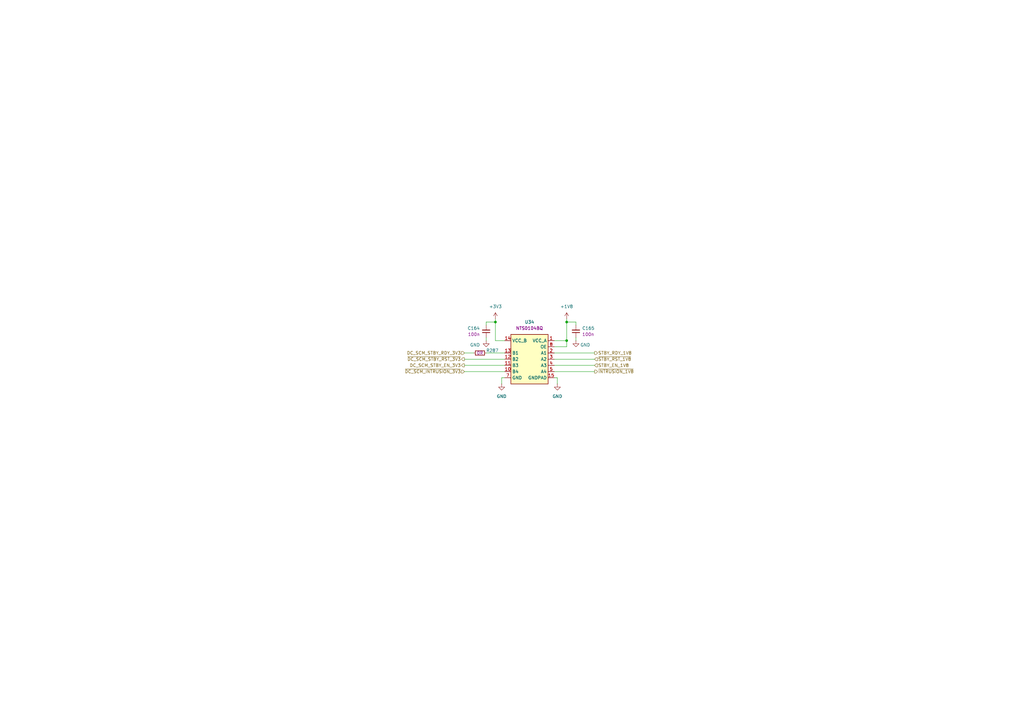
<source format=kicad_sch>
(kicad_sch (version 20250114) (generator "eeschema") (generator_version "9.0")
  (paper "A3")
  (title_block (title "BMC Reference Carrier Board") (date "2025-10-13") (rev "1.1.0"))
  (lib_symbols
    (symbol "antmicroCapacitors0402:C_100n_0402" (pin_numbers (hide yes)) (pin_names (hide yes))
      (property "Reference" "C" (at 20.32 -5.08 0))
      (property "Val" "100n" (at 20.32 -7.62 0))
      (symbol "C_100n_0402_0_1"
        (polyline (pts (xy 2.032 -1.524) (xy 2.032 1.524)) (stroke (width 0.3048)))
        (polyline (pts (xy 3.048 -1.524) (xy 3.048 1.524)) (stroke (width 0.3302)))
      )
      (symbol "C_100n_0402_1_1"
        (pin passive line (at 0 0 0) (length 2.032) (name "~") (number "1"))
        (pin passive line (at 5.08 0 180) (length 2.032) (name "~") (number "2"))
      )
    )
    (symbol "antmicroLogicTranslatorsLevelShifters:NTS0104_DHVQFN"
      (property "Reference" "U" (at 35.56 -2.54 0))
      (property "MPN" "NTS0104BQ" (at 35.56 -5.08 0))
      (symbol "NTS0104_DHVQFN_1_1"
        (rectangle (start 2.54 2.54) (end 17.78 -17.78) (stroke (width 0.254)) (fill (type background)))
        (pin power_in line (at 0 0 0) (length 2.54) (name "VCC_A") (number "1"))
        (pin passive line (at 0 -2.54 0) (length 2.54) (name "OE") (number "8"))
        (pin passive line (at 0 -5.08 0) (length 2.54) (name "A1") (number "2"))
        (pin passive line (at 0 -7.62 0) (length 2.54) (name "A2") (number "3"))
        (pin passive line (at 0 -10.16 0) (length 2.54) (name "A3") (number "4"))
        (pin passive line (at 0 -12.7 0) (length 2.54) (name "A4") (number "5"))
        (pin power_in line (at 0 -15.24 0) (length 2.54) (name "GNDPAD") (number "15"))
        (pin no_connect line (at 17.78 -2.54 180) (length 2.54) (hide yes) (name "NC") (number "6"))
        (pin no_connect line (at 17.78 -3.81 180) (length 2.54) (hide yes) (name "NC") (number "9"))
        (pin power_in line (at 20.32 0 180) (length 2.54) (name "VCC_B") (number "14"))
        (pin passive line (at 20.32 -5.08 180) (length 2.54) (name "B1") (number "13"))
        (pin passive line (at 20.32 -7.62 180) (length 2.54) (name "B2") (number "12"))
        (pin passive line (at 20.32 -10.16 180) (length 2.54) (name "B3") (number "11"))
        (pin passive line (at 20.32 -12.7 180) (length 2.54) (name "B4") (number "10"))
        (pin power_in line (at 20.32 -15.24 180) (length 2.54) (name "GND") (number "7"))
      )
    )
    (symbol "antmicroResistors0402:R_0R_0402" (pin_numbers (hide yes)) (pin_names (hide yes))
      (property "Reference" "R" (at 20.32 -5.08 0))
      (property "Val" "0R" (at 20.32 -7.62 0))
      (symbol "R_0R_0402_0_1"
        (rectangle (start 0.635 0.889) (end 4.445 -0.889) (stroke (width 0.254)))
      )
      (symbol "R_0R_0402_1_1"
        (pin passive line (at 0 0 0) (length 0.635) (name "~") (number "1"))
        (pin passive line (at 5.08 0 180) (length 0.635) (name "~") (number "2"))
      )
    )
    (symbol "antmicropower:+1V8" (power) (pin_numbers (hide yes)) (pin_names (hide yes))
      (property "Value" "+1V8" (at -3.175 2.54 0))
      (symbol "+1V8_1_1"
        (polyline (pts (xy -0.762 1.27) (xy 0 2.54)) (fill (type background)))
        (polyline (pts (xy 0 2.54) (xy 0.762 1.27)) (fill (type background)))
        (polyline (pts (xy 0 0) (xy 0 2.54)) (fill (type background)))
        (pin power_in line (at 0 0 90) (length 0) (hide yes) (name "+1V8") (number "1"))
      )
    )
    (symbol "antmicropower:+3V3" (power) (pin_numbers (hide yes)) (pin_names (hide yes))
      (property "Value" "+3V3" (at -3.175 2.54 0))
      (symbol "+3V3_0_1"
        (polyline (pts (xy 0 2.54) (xy -0.762 1.27)))
        (polyline (pts (xy 0 2.54) (xy 0.762 1.27)))
        (polyline (pts (xy 0 0) (xy 0 2.54)))
      )
      (symbol "+3V3_1_1"
        (pin power_in line (at 0 0 90) (length 0) (hide yes) (name "+3V3") (number "1"))
      )
    )
    (symbol "antmicropower:GND" (power) (pin_numbers (hide yes)) (pin_names (hide yes))
      (property "Value" "GND" (at 8.89 -5.08 0))
      (symbol "GND_1_1"
        (polyline (pts (xy 0 0) (xy 0 -1.27) (xy 1.27 -1.27) (xy 0 -2.54) (xy -1.27 -1.27) (xy 0 -1.27)))
        (pin power_in line (at 0 0 270) (length 0) (name "GND") (number "1"))
      )
    )
  )
  (junction (at 232.41 139.7))
  (junction (at 203.2 132.08))
  (junction (at 232.41 132.08))
  (wire (pts (xy 199.39 132.08) (xy 199.39 133.35)))
  (wire (pts (xy 232.41 139.7) (xy 227.33 139.7)))
  (wire (pts (xy 236.22 132.08) (xy 236.22 133.35)))
  (wire (pts (xy 203.2 130.81) (xy 203.2 132.08)))
  (wire (pts (xy 227.33 142.24) (xy 232.41 142.24)))
  (wire (pts (xy 232.41 130.81) (xy 232.41 132.08)))
  (wire (pts (xy 207.01 152.4) (xy 190.5 152.4)))
  (wire (pts (xy 199.39 132.08) (xy 203.2 132.08)))
  (wire (pts (xy 190.5 147.32) (xy 207.01 147.32)))
  (wire (pts (xy 227.33 149.86) (xy 243.84 149.86)))
  (wire (pts (xy 236.22 138.43) (xy 236.22 139.7)))
  (wire (pts (xy 227.33 147.32) (xy 243.84 147.32)))
  (wire (pts (xy 232.41 132.08) (xy 232.41 139.7)))
  (wire (pts (xy 203.2 132.08) (xy 203.2 139.7)))
  (wire (pts (xy 236.22 132.08) (xy 232.41 132.08)))
  (wire (pts (xy 190.5 144.78) (xy 194.31 144.78)))
  (wire (pts (xy 199.39 144.78) (xy 207.01 144.78)))
  (wire (pts (xy 203.2 139.7) (xy 207.01 139.7)))
  (wire (pts (xy 199.39 138.43) (xy 199.39 139.7)))
  (wire (pts (xy 207.01 154.94) (xy 205.74 154.94)))
  (wire (pts (xy 227.33 152.4) (xy 243.84 152.4)))
  (wire (pts (xy 190.5 149.86) (xy 207.01 149.86)))
  (wire (pts (xy 205.74 154.94) (xy 205.74 157.48)))
  (wire (pts (xy 227.33 154.94) (xy 228.6 154.94)))
  (wire (pts (xy 227.33 144.78) (xy 243.84 144.78)))
  (wire (pts (xy 232.41 142.24) (xy 232.41 139.7)))
  (wire (pts (xy 228.6 154.94) (xy 228.6 157.48)))
  (hierarchical_label "DC_SCM_STBY_RDY_3V3" (shape input) (at 190.5 144.78 180))
  (hierarchical_label "STBY_EN_1V8" (shape input) (at 243.84 149.86 0))
  (hierarchical_label "STBY_RDY_1V8" (shape output) (at 243.84 144.78 0))
  (hierarchical_label "~{INTRUSION_1V8}" (shape output) (at 243.84 152.4 0))
  (hierarchical_label "DC_SCM_STBY_EN_3V3" (shape output) (at 190.5 149.86 180))
  (hierarchical_label "~{STBY_RST_1V8}" (shape input) (at 243.84 147.32 0))
  (hierarchical_label "~{DC_SCM_INTRUSION_3V3}" (shape input) (at 190.5 152.4 180))
  (hierarchical_label "~{DC_SCM_STBY_RST_3V3}" (shape output) (at 190.5 147.32 180))
  (symbol (lib_id "antmicropower:GND") (at 205.74 157.48 0) (unit 1)
    (property "Reference" "#PWR0321" (effects (hide yes)))
    (property "Value" "GND" (at 205.74 162.56 0))
    (property "Author" "Antmicro" (effects (hide yes)))
    (property "License" "Apache-2.0" (effects (hide yes)))
  )
  (symbol (lib_id "antmicropower:GND") (at 236.22 139.7 0) (unit 1)
    (property "Reference" "#PWR0324" (effects (hide yes)))
    (property "Value" "GND" (at 240.03 141.478 0))
    (property "Author" "Antmicro" (effects (hide yes)))
    (property "License" "Apache-2.0" (effects (hide yes)))
  )
  (symbol (lib_id "antmicroCapacitors0402:C_100n_0402") (at 199.39 138.43 270) (mirror x) (unit 1)
    (property "Reference" "C164" (at 196.85 134.6136 90) (effects (justify right)))
    (property "Value" "C_100n_0402" (effects (hide yes)))
    (property "Footprint" "antmicro-footprints:C_0402_1005Metric" (effects (hide yes)))
    (property "Datasheet" "https://www.murata.com/products/productdetail?partno=GRM155R61H104KE14%23" (effects (hide yes)))
    (property "Description" "SMD Multilayer Ceramic Capacitor, 0.1 µF, 50 V, 0402 [1005 Metric], ± 10%, X5R, GRM Series" (effects (hide yes)))
    (property "MPN" "GRM155R61H104KE14D" (effects (hide yes)))
    (property "Manufacturer" "Murata" (effects (hide yes)))
    (property "License" "Apache-2.0" (effects (hide yes)))
    (property "Author" "Antmicro" (effects (hide yes)))
    (property "Val" "100n" (at 196.85 137.1536 90) (effects (justify right)))
    (property "Voltage" "50V" (effects (hide yes)))
    (property "Dielectric" "X5R" (effects (hide yes)))
  )
  (symbol (lib_id "antmicroCapacitors0402:C_100n_0402") (at 236.22 138.43 270) (mirror x) (unit 1)
    (property "Reference" "C165" (at 238.76 134.6136 90) (effects (justify left)))
    (property "Value" "C_100n_0402" (effects (hide yes)))
    (property "Footprint" "antmicro-footprints:C_0402_1005Metric" (effects (hide yes)))
    (property "Datasheet" "https://www.murata.com/products/productdetail?partno=GRM155R61H104KE14%23" (effects (hide yes)))
    (property "Description" "SMD Multilayer Ceramic Capacitor, 0.1 µF, 50 V, 0402 [1005 Metric], ± 10%, X5R, GRM Series" (effects (hide yes)))
    (property "MPN" "GRM155R61H104KE14D" (effects (hide yes)))
    (property "Manufacturer" "Murata" (effects (hide yes)))
    (property "License" "Apache-2.0" (effects (hide yes)))
    (property "Author" "Antmicro" (effects (hide yes)))
    (property "Val" "100n" (at 238.76 137.1536 90) (effects (justify left)))
    (property "Voltage" "50V" (effects (hide yes)))
    (property "Dielectric" "X5R" (effects (hide yes)))
  )
  (symbol (lib_id "antmicropower:GND") (at 228.6 157.48 0) (unit 1)
    (property "Reference" "#PWR0322" (effects (hide yes)))
    (property "Value" "GND" (at 228.6 162.56 0))
    (property "Author" "Antmicro" (effects (hide yes)))
    (property "License" "Apache-2.0" (effects (hide yes)))
  )
  (symbol (lib_id "antmicropower:+3V3") (at 203.2 130.81 0) (mirror y) (unit 1)
    (property "Reference" "#PWR0320" (effects (hide yes)))
    (property "Value" "+3V3" (at 203.2 125.73 0))
    (property "Author" "Antmicro" (effects (hide yes)))
    (property "License" "Apache-2.0" (effects (hide yes)))
  )
  (symbol (lib_id "antmicropower:+1V8") (at 232.41 130.81 0) (mirror y) (unit 1)
    (property "Reference" "#PWR0323" (effects (hide yes)))
    (property "Value" "+1V8" (at 232.41 125.73 0))
    (property "Author" "Antmicro" (effects (hide yes)))
    (property "License" "Apache-2.0" (effects (hide yes)))
  )
  (symbol (lib_id "antmicroLogicTranslatorsLevelShifters:NTS0104_DHVQFN") (at 227.33 139.7 0) (mirror y) (unit 1)
    (property "Reference" "U34" (at 217.17 132.08 0))
    (property "Value" "NTS0104_DHVQFN" (effects (hide yes)))
    (property "Footprint" "antmicro-footprints:DHVQFN-14-1EP_2.5x3mm" (effects (hide yes)))
    (property "Datasheet" "https://www.nxp.com/docs/en/data-sheet/NTS0104.pdf" (effects (hide yes)))
    (property "Description" "Voltage Level Translator Bidirectional 1 Circuit 4 Channel 50Mbps 14-DHVQFN (2.5x3)" (effects (hide yes)))
    (property "MPN" "NTS0104BQ" (at 217.17 134.62 0))
    (property "Manufacturer" "NXP" (effects (hide yes)))
    (property "Author" "Antmicro" (effects (hide yes)))
    (property "License" "Apache-2.0" (effects (hide yes)))
  )
  (symbol (lib_id "antmicropower:GND") (at 199.39 139.7 0) (mirror y) (unit 1)
    (property "Reference" "#PWR0319" (effects (hide yes)))
    (property "Value" "GND" (at 194.818 141.478 0))
    (property "Author" "Antmicro" (effects (hide yes)))
    (property "License" "Apache-2.0" (effects (hide yes)))
  )
  (symbol (lib_id "antmicroResistors0402:R_0R_0402") (at 194.31 144.78 0) (unit 1)
    (property "Reference" "R287" (at 199.39 143.764 0) (effects (justify left)))
    (property "Value" "R_0R_0402" (effects (hide yes)))
    (property "Footprint" "antmicro-footprints:R_0402_1005Metric" (effects (hide yes)))
    (property "Datasheet" "https://industrial.panasonic.com/cdbs/www-data/pdf/RDA0000/AOA0000C301.pdf" (effects (hide yes)))
    (property "Description" "SMD Chip Resistor, Jumper, 0 ohm, 100 mW, 0402 [1005 Metric], Thick Film, General Purpose" (effects (hide yes)))
    (property "MPN" "ERJ2GE0R00X" (effects (hide yes)))
    (property "Manufacturer" "Panasonic" (effects (hide yes)))
    (property "License" "Apache-2.0" (effects (hide yes)))
    (property "Author" "Antmicro" (effects (hide yes)))
    (property "Val" "0R" (at 196.85 144.78 0))
    (property "Current" "1A" (effects (hide yes)))
  )
)
</source>
